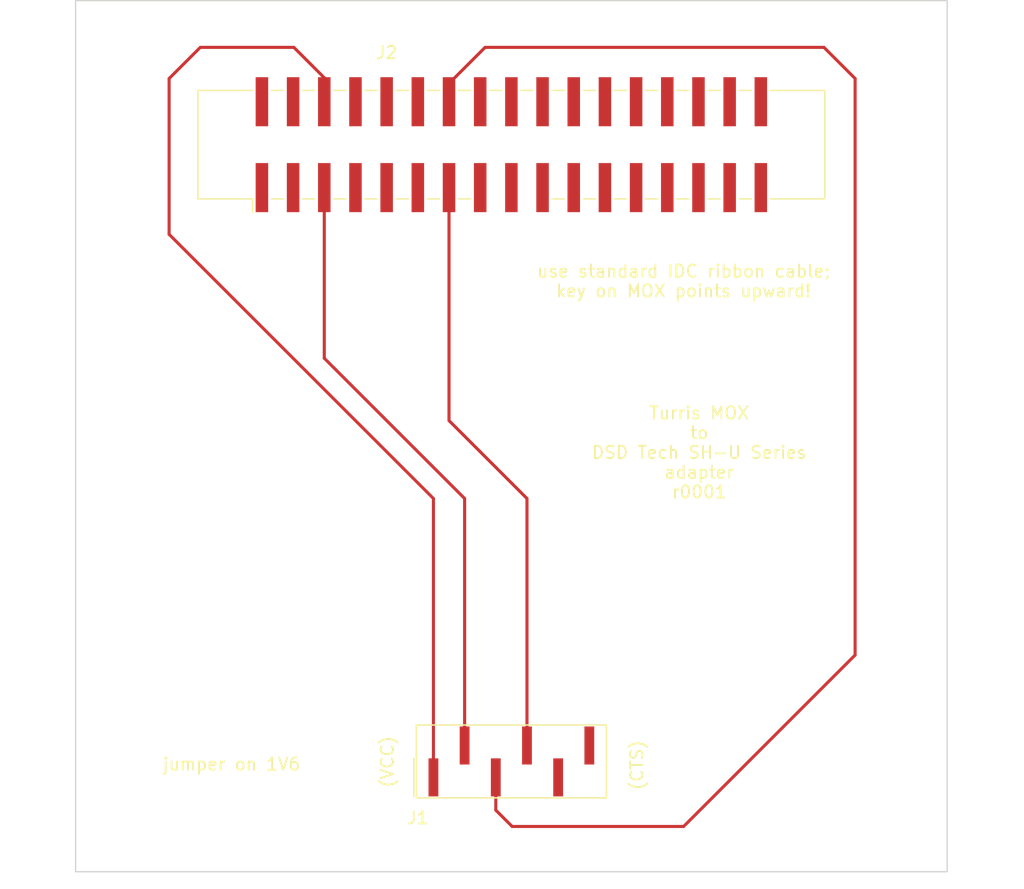
<source format=kicad_pcb>
(kicad_pcb (version 20211014) (generator pcbnew)
  (title_block (title "Turris MOX/DSD Tech SH-U Adapter - PCB"))
  (layers (0 "F.Cu" signal) (31 "B.Cu" signal) (34 "B.Paste" user) (35 "F.Paste" user) (36 "B.SilkS" user "B.Silkscreen") (37 "F.SilkS" user "F.Silkscreen") (38 "B.Mask" user) (39 "F.Mask" user) (44 "Edge.Cuts" user))
  (net 0 "")
  (net 1 "/VCC")
  (net 2 "/GND")
  (net 3 "RTS")
  (net 4 "CTS")
  (net 35 "/MoxR")
  (net 36 "/MoxT")
  (footprint "footprints:JLCPCB_Mounting_Hole" (layer "F.Cu") (at 106.68 40.64)
    (fp_text reference "REF**" hide)
    (fp_text value "JLCPCB_Mounting_Hole")
    (pad "" np_thru_hole circle (at 0 0) (size 1.152 1.152) (drill 1.152) (layers F&B.Cu *.Mask))
  )
  (footprint "footprints:JLCPCB_Mounting_Hole" (layer "F.Cu") (at 106.68 106.68)
    (fp_text reference "REF**" hide)
    (fp_text value "JLCPCB_Mounting_Hole")
    (pad "" np_thru_hole circle (at 0 0) (size 1.152 1.152) (drill 1.152) (layers F&B.Cu *.Mask))
  )
  (footprint "footprints:JLCPCB_Mounting_Hole" (layer "F.Cu") (at 40.64 40.64)
    (fp_text reference "REF**" hide)
    (fp_text value "JLCPCB_Mounting_Hole")
    (pad "" np_thru_hole circle (at 0 0) (size 1.152 1.152) (drill 1.152) (layers F&B.Cu *.Mask))
  )
  (footprint "footprints:Ckmtw_B-3000N34P-0110" (layer "F.Cu") (at 53.28 53.34)
    (fp_text reference "J2" (at 10.16 -11 unlocked) (layer "F.SilkS"))
    (fp_text value "Conn_02x17_Odd_Even")
    (fp_line (start 26.17 0.92) (end 27.17 0.92) (layer "F.SilkS") (width 0.12))
    (fp_line (start 14.47 -7.92) (end 13.47 -7.92) (layer "F.SilkS") (width 0.12))
    (fp_line (start 5.85 0.92) (end 6.85 0.92) (layer "F.SilkS") (width 0.12))
    (fp_line (start 31.25 0.92) (end 32.25 0.92) (layer "F.SilkS") (width 0.12))
    (fp_line (start 33.79 0.92) (end 34.79 0.92) (layer "F.SilkS") (width 0.12))
    (fp_line (start 19.55 -7.92) (end 18.55 -7.92) (layer "F.SilkS") (width 0.12))
    (fp_line (start 37.33 -7.92) (end 36.33 -7.92) (layer "F.SilkS") (width 0.12))
    (fp_line (start 1.77 -7.92) (end 0.77 -7.92) (layer "F.SilkS") (width 0.12))
    (fp_line (start 13.47 0.92) (end 14.47 0.92) (layer "F.SilkS") (width 0.12))
    (fp_line (start 29.71 -7.92) (end 28.71 -7.92) (layer "F.SilkS") (width 0.12))
    (fp_line (start 34.79 -7.92) (end 33.79 -7.92) (layer "F.SilkS") (width 0.12))
    (fp_line (start 36.33 0.92) (end 37.33 0.92) (layer "F.SilkS") (width 0.12))
    (fp_line (start 9.39 -7.92) (end 8.39 -7.92) (layer "F.SilkS") (width 0.12))
    (fp_line (start 10.93 0.92) (end 11.93 0.92) (layer "F.SilkS") (width 0.12))
    (fp_line (start 28.71 0.92) (end 29.71 0.92) (layer "F.SilkS") (width 0.12))
    (fp_line (start 39.87 -7.92) (end 38.87 -7.92) (layer "F.SilkS") (width 0.12))
    (fp_line (start 17.01 -7.92) (end 16.01 -7.92) (layer "F.SilkS") (width 0.12))
    (fp_line (start -5.215 0.92) (end -0.77 0.92) (layer "F.SilkS") (width 0.12))
    (fp_line (start -5.215 -7.92) (end -0.77 -7.92) (layer "F.SilkS") (width 0.12))
    (fp_line (start -0.77 0.92) (end -0.77 2) (layer "F.SilkS") (width 0.12))
    (fp_line (start 3.31 0.92) (end 4.31 0.92) (layer "F.SilkS") (width 0.12))
    (fp_line (start 38.87 0.92) (end 39.87 0.92) (layer "F.SilkS") (width 0.12))
    (fp_line (start 16.01 0.92) (end 17.01 0.92) (layer "F.SilkS") (width 0.12))
    (fp_line (start -5.215 0.92) (end -5.215 -7.92) (layer "F.SilkS") (width 0.12))
    (fp_line (start 0.77 0.92) (end 1.77 0.92) (layer "F.SilkS") (width 0.12))
    (fp_line (start 45.855 0.92) (end 45.855 -7.92) (layer "F.SilkS") (width 0.12))
    (fp_line (start 6.85 -7.92) (end 5.85 -7.92) (layer "F.SilkS") (width 0.12))
    (fp_line (start 45.855 -7.92) (end 41.41 -7.92) (layer "F.SilkS") (width 0.12))
    (fp_line (start 11.93 -7.92) (end 10.93 -7.92) (layer "F.SilkS") (width 0.12))
    (fp_line (start 4.31 -7.92) (end 3.31 -7.92) (layer "F.SilkS") (width 0.12))
    (fp_line (start 32.25 -7.92) (end 31.25 -7.92) (layer "F.SilkS") (width 0.12))
    (fp_line (start 27.17 -7.92) (end 26.17 -7.92) (layer "F.SilkS") (width 0.12))
    (fp_line (start 23.63 0.92) (end 24.63 0.92) (layer "F.SilkS") (width 0.12))
    (fp_line (start 22.09 -7.92) (end 21.09 -7.92) (layer "F.SilkS") (width 0.12))
    (fp_line (start 41.41 0.92) (end 45.855 0.92) (layer "F.SilkS") (width 0.12))
    (fp_line (start 24.63 -7.92) (end 23.63 -7.92) (layer "F.SilkS") (width 0.12))
    (fp_line (start 8.39 0.92) (end 9.39 0.92) (layer "F.SilkS") (width 0.12))
    (pad "1" smd rect (at 0 0) (size 1.02 4) (layers "F.Cu" "F.Paste" "F.Mask"))
    (pad "2" smd rect (at 0 -7) (size 1.02 4) (layers "F.Cu" "F.Paste" "F.Mask"))
    (pad "3" smd rect (at 2.54 0) (size 1.02 4) (layers "F.Cu" "F.Paste" "F.Mask"))
    (pad "4" smd rect (at 2.54 -7) (size 1.02 4) (layers "F.Cu" "F.Paste" "F.Mask"))
    (pad "5" smd rect (at 5.08 0) (size 1.02 4) (layers "F.Cu" "F.Paste" "F.Mask") (net 2 "/GND"))
    (pad "6" smd rect (at 5.08 -7) (size 1.02 4) (layers "F.Cu" "F.Paste" "F.Mask") (net 1 "/VCC"))
    (pad "7" smd rect (at 7.62 0) (size 1.02 4) (layers "F.Cu" "F.Paste" "F.Mask"))
    (pad "8" smd rect (at 7.62 -7) (size 1.02 4) (layers "F.Cu" "F.Paste" "F.Mask"))
    (pad "9" smd rect (at 10.16 0) (size 1.02 4) (layers "F.Cu" "F.Paste" "F.Mask"))
    (pad "10" smd rect (at 10.16 -7) (size 1.02 4) (layers "F.Cu" "F.Paste" "F.Mask"))
    (pad "11" smd rect (at 12.7 0) (size 1.02 4) (layers "F.Cu" "F.Paste" "F.Mask"))
    (pad "12" smd rect (at 12.7 -7) (size 1.02 4) (layers "F.Cu" "F.Paste" "F.Mask"))
    (pad "13" smd rect (at 15.24 0) (size 1.02 4) (layers "F.Cu" "F.Paste" "F.Mask") (net 36 "/MoxT"))
    (pad "14" smd rect (at 15.24 -7) (size 1.02 4) (layers "F.Cu" "F.Paste" "F.Mask") (net 35 "/MoxR"))
    (pad "15" smd rect (at 17.78 0) (size 1.02 4) (layers "F.Cu" "F.Paste" "F.Mask"))
    (pad "16" smd rect (at 17.78 -7) (size 1.02 4) (layers "F.Cu" "F.Paste" "F.Mask"))
    (pad "17" smd rect (at 20.32 0) (size 1.02 4) (layers "F.Cu" "F.Paste" "F.Mask"))
    (pad "18" smd rect (at 20.32 -7) (size 1.02 4) (layers "F.Cu" "F.Paste" "F.Mask"))
    (pad "19" smd rect (at 22.86 0) (size 1.02 4) (layers "F.Cu" "F.Paste" "F.Mask"))
    (pad "20" smd rect (at 22.86 -7) (size 1.02 4) (layers "F.Cu" "F.Paste" "F.Mask"))
    (pad "21" smd rect (at 25.4 0) (size 1.02 4) (layers "F.Cu" "F.Paste" "F.Mask"))
    (pad "22" smd rect (at 25.4 -7) (size 1.02 4) (layers "F.Cu" "F.Paste" "F.Mask"))
    (pad "23" smd rect (at 27.94 0) (size 1.02 4) (layers "F.Cu" "F.Paste" "F.Mask"))
    (pad "24" smd rect (at 27.94 -7) (size 1.02 4) (layers "F.Cu" "F.Paste" "F.Mask"))
    (pad "25" smd rect (at 30.48 0) (size 1.02 4) (layers "F.Cu" "F.Paste" "F.Mask"))
    (pad "26" smd rect (at 30.48 -7) (size 1.02 4) (layers "F.Cu" "F.Paste" "F.Mask"))
    (pad "27" smd rect (at 33.02 0) (size 1.02 4) (layers "F.Cu" "F.Paste" "F.Mask"))
    (pad "28" smd rect (at 33.02 -7) (size 1.02 4) (layers "F.Cu" "F.Paste" "F.Mask"))
    (pad "29" smd rect (at 35.56 0) (size 1.02 4) (layers "F.Cu" "F.Paste" "F.Mask"))
    (pad "30" smd rect (at 35.56 -7) (size 1.02 4) (layers "F.Cu" "F.Paste" "F.Mask"))
    (pad "31" smd rect (at 38.1 0) (size 1.02 4) (layers "F.Cu" "F.Paste" "F.Mask"))
    (pad "32" smd rect (at 38.1 -7) (size 1.02 4) (layers "F.Cu" "F.Paste" "F.Mask"))
    (pad "33" smd rect (at 40.64 0) (size 1.02 4) (layers "F.Cu" "F.Paste" "F.Mask"))
    (pad "34" smd rect (at 40.64 -7) (size 1.02 4) (layers "F.Cu" "F.Paste" "F.Mask"))
  )
  (footprint "footprints:JLCPCB_Mounting_Hole" (layer "F.Cu") (at 40.64 106.68)
    (fp_text reference "REF**" hide)
    (fp_text value "JLCPCB_Mounting_Hole")
    (pad "" np_thru_hole circle (at 0 0) (size 1.152 1.152) (drill 1.152) (layers F&B.Cu *.Mask))
  )
  (footprint "footprints:XFCN MF254VS-11-06P-A" (layer "F.Cu") (at 67.25 101.41)
    (fp_text reference "J1" (at -1.27 3.302 unlocked) (layer "F.SilkS"))
    (fp_text value "Conn_01x06")
    (fp_line (start -1.39 1.67) (end 14.09 1.67) (layer "F.SilkS") (width 0.12))
    (fp_line (start -1.59 1.55) (end -1.59 -1.55) (layer "F.SilkS") (width 0.12))
    (fp_line (start -1.39 1.67) (end -1.39 -4.27) (layer "F.SilkS") (width 0.12))
    (fp_line (start 14.09 1.67) (end 14.09 -4.27) (layer "F.SilkS") (width 0.12))
    (fp_line (start -1.39 -4.27) (end 14.09 -4.27) (layer "F.SilkS") (width 0.12))
    (pad "1" smd rect (at 0 0) (size 0.8 3.1) (layers "F.Cu" "F.Paste" "F.Mask") (net 1 "/VCC"))
    (pad "2" smd rect (at 2.54 -2.6) (size 0.8 3.1) (layers "F.Cu" "F.Paste" "F.Mask") (net 2 "/GND"))
    (pad "3" smd rect (at 5.08 0) (size 0.8 3.1) (layers "F.Cu" "F.Paste" "F.Mask") (net 35 "/MoxR"))
    (pad "4" smd rect (at 7.62 -2.6) (size 0.8 3.1) (layers "F.Cu" "F.Paste" "F.Mask") (net 36 "/MoxT"))
    (pad "5" smd rect (at 10.16 0) (size 0.8 3.1) (layers "F.Cu" "F.Paste" "F.Mask") (net 3 "RTS"))
    (pad "6" smd rect (at 12.7 -2.6) (size 0.8 3.1) (layers "F.Cu" "F.Paste" "F.Mask") (net 4 "CTS"))
  )
  (gr_rect (start 38.1 38.1) (end 109.1 109.1) (layer "Edge.Cuts") (width 0.1) (fill none))
  (gr_text "Turris MOX\nto\nDSD Tech SH-U Series\nadapter\nr0001" (at 88.9 74.93) (layer "F.SilkS") (effects (font (size 1 1))))
  (gr_text "use standard IDC ribbon cable;\nkey on MOX points upward!" (at 87.63 60.96) (layer "F.SilkS") (effects (font (size 1 1))))
  (gr_text "(CTS)" (at 83.82 100.42 90) (layer "F.SilkS") (effects (font (size 1 1))))
  (gr_text "jumper on 1V6" (at 50.8 100.33) (layer "F.SilkS") (effects (font (size 1 1))))
  (gr_text "(VCC)" (at 63.5 100.14 90) (layer "F.SilkS") (effects (font (size 1 1))))
  (segment (start 58.42 46.28) (end 58.36 46.34) (width 0.25) (layer "F.Cu") (net 1))
  (segment (start 45.72 44.45) (end 48.26 41.91) (width 0.25) (layer "F.Cu") (net 1))
  (segment (start 45.72 57.15) (end 45.72 44.45) (width 0.25) (layer "F.Cu") (net 1))
  (segment (start 67.25 101.41) (end 67.25 78.68) (width 0.25) (layer "F.Cu") (net 1))
  (segment (start 55.88 41.91) (end 58.42 44.45) (width 0.25) (layer "F.Cu") (net 1))
  (segment (start 58.42 44.45) (end 58.42 46.28) (width 0.25) (layer "F.Cu") (net 1))
  (segment (start 67.25 78.68) (end 45.72 57.15) (width 0.25) (layer "F.Cu") (net 1))
  (segment (start 48.26 41.91) (end 55.88 41.91) (width 0.25) (layer "F.Cu") (net 1))
  (segment (start 69.79 98.81) (end 69.79 78.68) (width 0.25) (layer "F.Cu") (net 2))
  (segment (start 69.79 78.68) (end 58.36 67.25) (width 0.25) (layer "F.Cu") (net 2))
  (segment (start 58.36 67.25) (end 58.36 53.34) (width 0.25) (layer "F.Cu") (net 2))
  (segment (start 101.6 44.45) (end 99.06 41.91) (width 0.25) (layer "F.Cu") (net 35))
  (segment (start 68.52 44.85) (end 68.52 46.34) (width 0.25) (layer "F.Cu") (net 35))
  (segment (start 87.63 105.41) (end 101.6 91.44) (width 0.25) (layer "F.Cu") (net 35))
  (segment (start 73.66 105.41) (end 87.63 105.41) (width 0.25) (layer "F.Cu") (net 35))
  (segment (start 72.33 101.41) (end 72.33 104.08) (width 0.25) (layer "F.Cu") (net 35))
  (segment (start 101.6 91.44) (end 101.6 44.45) (width 0.25) (layer "F.Cu") (net 35))
  (segment (start 71.46 41.91) (end 68.52 44.85) (width 0.25) (layer "F.Cu") (net 35))
  (segment (start 72.33 104.08) (end 73.66 105.41) (width 0.25) (layer "F.Cu") (net 35))
  (segment (start 99.06 41.91) (end 71.46 41.91) (width 0.25) (layer "F.Cu") (net 35))
  (segment (start 68.52 72.33) (end 68.52 53.34) (width 0.25) (layer "F.Cu") (net 36))
  (segment (start 74.87 78.68) (end 68.52 72.33) (width 0.25) (layer "F.Cu") (net 36))
  (segment (start 74.87 98.81) (end 74.87 78.68) (width 0.25) (layer "F.Cu") (net 36))
)
</source>
